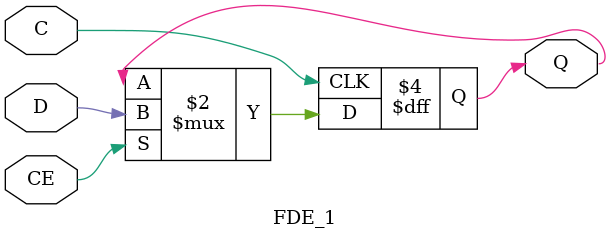
<source format=v>

/*

FUNCTION	: D-FLIP-FLOP with clock enable

*/

`celldefine
`timescale  100 ps / 10 ps

module FDE_1 (Q, C, CE, D);

    parameter INIT = 1'b0;

    output Q;
    reg    Q;

    input  C, CE, D;

	always @(negedge C)
	    if (CE)
		Q <= D;

endmodule

</source>
